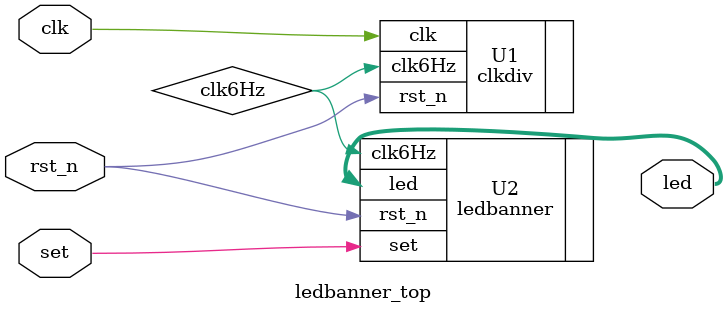
<source format=v>
`timescale 1ns / 1ps
module ledbanner_top(led, clk, rst_n, set
    );
	 
	 input clk, rst_n, set;
	 output [7:0] led;
	 
	 wire clk6Hz;
	 
	 clkdiv U1(.clk6Hz(clk6Hz), .clk(clk), .rst_n(rst_n));
	 ledbanner U2(.led(led), .clk6Hz(clk6Hz), .rst_n(rst_n), .set(set));

endmodule

</source>
